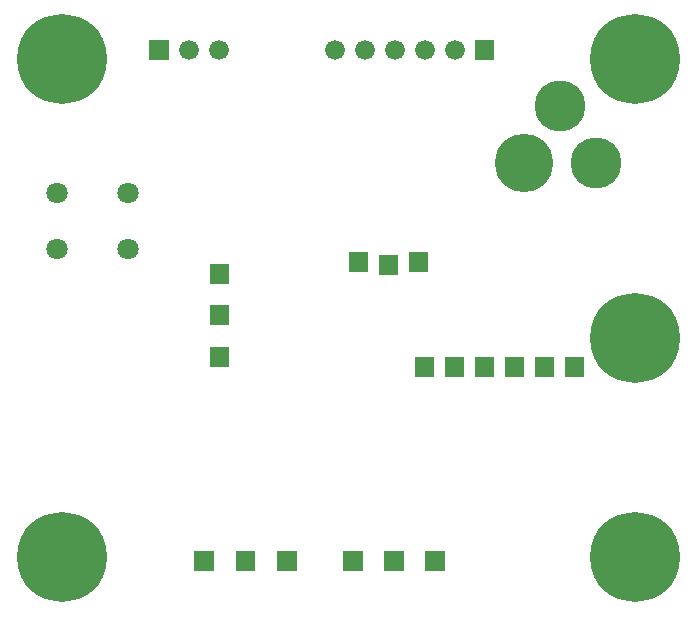
<source format=gbr>
G04 start of page 7 for group -4062 idx -4062 *
G04 Title: (unknown), soldermask *
G04 Creator: pcb 20140316 *
G04 CreationDate: Mon 19 Dec 2016 04:58:44 AM GMT UTC *
G04 For: railfan *
G04 Format: Gerber/RS-274X *
G04 PCB-Dimensions (mil): 2250.00 2000.00 *
G04 PCB-Coordinate-Origin: lower left *
%MOIN*%
%FSLAX25Y25*%
%LNBOTTOMMASK*%
%ADD63C,0.0710*%
%ADD62C,0.0660*%
%ADD61C,0.1950*%
%ADD60C,0.0001*%
%ADD59C,0.1700*%
%ADD58C,0.2997*%
G54D58*X208000Y183000D03*
G54D59*X183000Y167500D03*
G54D58*X208000Y90000D03*
G54D60*G36*
X174700Y83800D02*Y77200D01*
X181300D01*
Y83800D01*
X174700D01*
G37*
G36*
X184700D02*Y77200D01*
X191300D01*
Y83800D01*
X184700D01*
G37*
G36*
X132700Y118800D02*Y112200D01*
X139300D01*
Y118800D01*
X132700D01*
G37*
G54D61*X171000Y148500D03*
G54D59*X195000D03*
G54D60*G36*
X154700Y189300D02*Y182700D01*
X161300D01*
Y189300D01*
X154700D01*
G37*
G54D62*X148000Y186000D03*
X138000D03*
X128000D03*
X118000D03*
X108000D03*
G54D60*G36*
X46200Y189300D02*Y182700D01*
X52800D01*
Y189300D01*
X46200D01*
G37*
G54D62*X59500Y186000D03*
X69500D03*
G54D63*X15400Y119800D03*
X39000D03*
X15400Y138500D03*
X39000D03*
G54D58*X17000Y17000D03*
Y183000D03*
G54D60*G36*
X66373Y114745D02*Y108145D01*
X72973D01*
Y114745D01*
X66373D01*
G37*
G36*
Y100965D02*Y94365D01*
X72973D01*
Y100965D01*
X66373D01*
G37*
G36*
Y87186D02*Y80586D01*
X72973D01*
Y87186D01*
X66373D01*
G37*
G36*
X61255Y18973D02*Y12373D01*
X67855D01*
Y18973D01*
X61255D01*
G37*
G36*
X75035D02*Y12373D01*
X81635D01*
Y18973D01*
X75035D01*
G37*
G36*
X88814D02*Y12373D01*
X95414D01*
Y18973D01*
X88814D01*
G37*
G54D58*X208000Y17000D03*
G54D60*G36*
X134700Y83800D02*Y77200D01*
X141300D01*
Y83800D01*
X134700D01*
G37*
G36*
X154700D02*Y77200D01*
X161300D01*
Y83800D01*
X154700D01*
G37*
G36*
X164700D02*Y77200D01*
X171300D01*
Y83800D01*
X164700D01*
G37*
G36*
X144700D02*Y77200D01*
X151300D01*
Y83800D01*
X144700D01*
G37*
G36*
X112700Y118800D02*Y112200D01*
X119300D01*
Y118800D01*
X112700D01*
G37*
G36*
X122700Y117800D02*Y111200D01*
X129300D01*
Y117800D01*
X122700D01*
G37*
G36*
X110755Y18973D02*Y12373D01*
X117355D01*
Y18973D01*
X110755D01*
G37*
G36*
X124535D02*Y12373D01*
X131135D01*
Y18973D01*
X124535D01*
G37*
G36*
X138314D02*Y12373D01*
X144914D01*
Y18973D01*
X138314D01*
G37*
M02*

</source>
